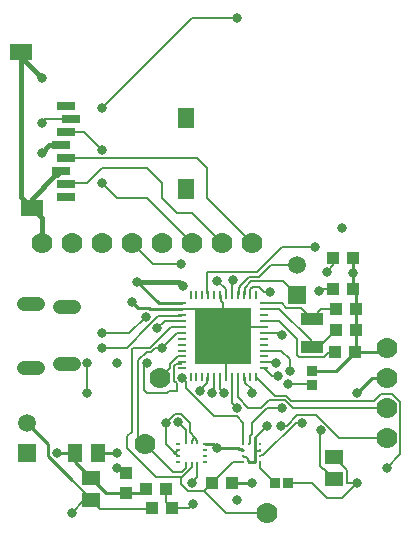
<source format=gbr>
G04 EAGLE Gerber RS-274X export*
G75*
%MOMM*%
%FSLAX34Y34*%
%LPD*%
%INBottom Copper*%
%IPPOS*%
%AMOC8*
5,1,8,0,0,1.08239X$1,22.5*%
G01*
%ADD10R,0.750000X0.250000*%
%ADD11R,0.250000X0.750000*%
%ADD12R,4.700000X4.700000*%
%ADD13R,1.100000X1.000000*%
%ADD14R,1.900000X1.100000*%
%ADD15R,1.300000X1.500000*%
%ADD16R,1.500000X1.300000*%
%ADD17R,0.275000X0.250000*%
%ADD18R,0.250000X0.275000*%
%ADD19R,0.900000X0.850000*%
%ADD20R,0.850000X0.900000*%
%ADD21R,0.450000X0.250000*%
%ADD22R,0.250000X0.450000*%
%ADD23R,1.508000X1.508000*%
%ADD24C,1.508000*%
%ADD25C,1.778000*%
%ADD26C,1.158000*%
%ADD27C,1.208000*%
%ADD28C,1.050000*%
%ADD29R,1.000000X1.100000*%
%ADD30R,1.900000X1.400000*%
%ADD31R,1.400000X1.800000*%
%ADD32R,1.500000X0.700000*%
%ADD33C,0.254000*%
%ADD34C,0.152400*%
%ADD35C,0.203200*%
%ADD36C,0.800100*%
%ADD37C,0.127000*%
%ADD38C,0.406400*%


D10*
X213820Y177360D03*
X213820Y172360D03*
X213820Y167360D03*
X213820Y162360D03*
X213820Y157360D03*
X213820Y152360D03*
X213820Y147360D03*
X213820Y142360D03*
X213820Y137360D03*
X213820Y132360D03*
X213820Y127360D03*
D11*
X206570Y115110D03*
X201570Y115110D03*
X196570Y115110D03*
X191570Y115110D03*
X186570Y115110D03*
X181570Y115110D03*
X176570Y115110D03*
X171570Y115110D03*
X166570Y115110D03*
X161570Y115110D03*
X156570Y115110D03*
D10*
X144320Y122360D03*
X144320Y127360D03*
X144320Y132360D03*
X144320Y137360D03*
X144320Y142360D03*
X144320Y147360D03*
X144320Y152360D03*
X144320Y157360D03*
X144320Y162360D03*
X144320Y167360D03*
X144320Y172360D03*
D11*
X151570Y184610D03*
X156570Y184610D03*
X161570Y184610D03*
X166570Y184610D03*
X171570Y184610D03*
X176570Y184610D03*
X181570Y184610D03*
X186570Y184610D03*
X191570Y184610D03*
X196570Y184610D03*
X201570Y184610D03*
D12*
X179070Y149860D03*
D10*
X213820Y122360D03*
D11*
X151570Y115110D03*
D10*
X144320Y177360D03*
D11*
X206570Y184610D03*
D13*
X272170Y215900D03*
X289170Y215900D03*
X274710Y172720D03*
X291710Y172720D03*
X274710Y154940D03*
X291710Y154940D03*
D14*
X254000Y164400D03*
X254000Y140400D03*
D15*
X73000Y50800D03*
X54000Y50800D03*
D13*
X272170Y189230D03*
X289170Y189230D03*
X273440Y135890D03*
X290440Y135890D03*
D16*
X273050Y28600D03*
X273050Y47600D03*
D17*
X195700Y43300D03*
X195700Y48300D03*
X195700Y53300D03*
X195700Y58300D03*
D18*
X200700Y58300D03*
X205700Y58300D03*
D17*
X210700Y58300D03*
X210700Y53300D03*
X210700Y48300D03*
X210700Y43300D03*
D18*
X205700Y43300D03*
X200700Y43300D03*
D19*
X254000Y108500D03*
X254000Y120100D03*
D20*
X222800Y25400D03*
X234400Y25400D03*
D21*
X140650Y43300D03*
X140650Y48300D03*
X140650Y53300D03*
X140650Y58300D03*
D22*
X147400Y60050D03*
X152400Y60050D03*
X157400Y60050D03*
D21*
X164150Y58300D03*
X164150Y53300D03*
X164150Y48300D03*
X164150Y43300D03*
D22*
X157400Y41550D03*
X152400Y41550D03*
X147400Y41550D03*
D23*
X12700Y50800D03*
D24*
X12700Y76200D03*
D25*
X25400Y228600D03*
X50800Y228600D03*
X76200Y228600D03*
X101600Y228600D03*
X127000Y228600D03*
X152400Y228600D03*
X177800Y228600D03*
X203200Y228600D03*
D23*
X241300Y184150D03*
D24*
X241300Y209550D03*
D25*
X125730Y114300D03*
D13*
X186300Y25400D03*
X169300Y25400D03*
D26*
X52600Y174110D02*
X41020Y174110D01*
X41020Y125610D02*
X52600Y125610D01*
D27*
X22550Y177110D02*
X10470Y177110D01*
X10470Y122610D02*
X22550Y122610D01*
D28*
X41560Y174110D02*
X52060Y174110D01*
X52060Y125610D02*
X41560Y125610D01*
D25*
X317500Y63500D03*
X317500Y88900D03*
X317500Y114300D03*
X317500Y139700D03*
D16*
X67310Y10820D03*
X67310Y29820D03*
D29*
X96520Y33900D03*
X96520Y16900D03*
D13*
X118500Y3810D03*
X135500Y3810D03*
X130420Y20320D03*
X113420Y20320D03*
D30*
X17000Y258000D03*
X8000Y390000D03*
D31*
X148000Y274000D03*
X148000Y334000D03*
D32*
X46000Y267000D03*
X46000Y278000D03*
X42000Y289000D03*
X46000Y300000D03*
X42000Y311000D03*
X46000Y322000D03*
X50000Y333000D03*
X46000Y344000D03*
D25*
X215900Y0D03*
X113030Y58420D03*
D33*
X30798Y58103D02*
X12700Y76200D01*
X30798Y58103D02*
X30798Y47775D01*
X50800Y27773D01*
D34*
X67310Y10820D02*
X74701Y3429D01*
X118119Y3429D02*
X118500Y3810D01*
X118119Y3429D02*
X74701Y3429D01*
D35*
X67310Y11263D02*
X50800Y27773D01*
X67310Y11263D02*
X67310Y10820D01*
X61620Y10820D01*
X50800Y0D01*
D36*
X50800Y0D03*
X38100Y50800D03*
X63500Y127000D03*
D37*
X205700Y58300D02*
X205700Y50800D01*
X205700Y43300D01*
X205700Y58300D02*
X205700Y63500D01*
X213820Y157360D02*
X195460Y157360D01*
X187960Y149860D02*
X179070Y149860D01*
X187960Y149860D02*
X195460Y157360D01*
X177272Y183908D02*
X176570Y184610D01*
X177272Y183908D02*
X177272Y179598D01*
X179070Y177800D02*
X179070Y152400D01*
X179070Y149860D01*
X179070Y177800D02*
X177272Y179598D01*
X210700Y53300D02*
X209998Y52598D01*
X208063Y52598D01*
X206265Y50800D01*
X205700Y50800D01*
D36*
X292100Y25400D03*
X289170Y203200D03*
D37*
X181570Y147360D02*
X181570Y115110D01*
X181570Y147360D02*
X179070Y149860D01*
X159110Y172360D02*
X144320Y172360D01*
X159110Y172360D02*
X179070Y152400D01*
X283598Y36063D02*
X283598Y25400D01*
X273050Y46611D02*
X273050Y47600D01*
X273050Y46611D02*
X283598Y36063D01*
X154458Y63366D02*
X153834Y62742D01*
X154458Y63366D02*
X155342Y63366D01*
X155966Y62742D01*
X153834Y61484D02*
X152400Y60050D01*
X153834Y61484D02*
X153834Y62742D01*
X155966Y62742D02*
X155966Y61484D01*
X157400Y60050D01*
D36*
X130810Y76200D03*
D37*
X63500Y101600D02*
X63500Y127000D01*
X283598Y25400D02*
X292100Y25400D01*
D36*
X101968Y178168D03*
D33*
X117367Y172360D02*
X144320Y172360D01*
X117367Y172360D02*
X116439Y173289D01*
X106848Y173289D02*
X101968Y178168D01*
X106848Y173289D02*
X116439Y173289D01*
X200377Y43623D02*
X200700Y43300D01*
X205700Y43300D01*
X205700Y63500D01*
D35*
X215900Y73700D01*
X195700Y48300D02*
X196402Y47598D01*
X198338Y47598D01*
X200123Y45813D01*
X200123Y43877D01*
X200377Y43623D01*
D36*
X215900Y73700D03*
D33*
X290440Y135890D02*
X313690Y135890D01*
X317500Y139700D01*
X274650Y120100D02*
X254000Y120100D01*
X274650Y120100D02*
X290440Y135890D01*
X291710Y137160D01*
X291710Y154940D01*
X291710Y172720D01*
X291710Y186690D02*
X289170Y189230D01*
X291710Y186690D02*
X291710Y172720D01*
X289170Y189230D02*
X289170Y203200D01*
X289170Y215900D01*
D37*
X137715Y50516D02*
X138116Y50115D01*
X137715Y50516D02*
X137715Y51084D01*
X138116Y51485D01*
X138835Y50115D02*
X140650Y48300D01*
X138835Y50115D02*
X138116Y50115D01*
X138116Y51485D02*
X138835Y51485D01*
X140650Y53300D01*
X155342Y63366D02*
X150702Y68006D01*
X143605Y83228D02*
X138081Y83228D01*
X131054Y76200D02*
X130810Y76200D01*
X131054Y76200D02*
X138081Y83228D01*
X150702Y76130D02*
X150702Y68006D01*
X150702Y76130D02*
X143605Y83228D01*
X130810Y76200D02*
X130810Y57989D01*
X137715Y51084D01*
D33*
X80230Y16900D02*
X67310Y29820D01*
X54000Y50800D02*
X38100Y50800D01*
X80230Y16900D02*
X96520Y16900D01*
X110000Y16900D01*
X113420Y20320D01*
X67310Y29820D02*
X54000Y43130D01*
X54000Y50800D01*
D38*
X8000Y267000D02*
X8000Y390000D01*
X8000Y267000D02*
X17000Y258000D01*
X38564Y285564D02*
X42000Y289000D01*
X38564Y285564D02*
X36817Y285564D01*
X17000Y265747D01*
X17000Y258000D01*
X25400Y249600D01*
X25400Y228600D01*
X8000Y385700D02*
X8000Y390000D01*
X8000Y385700D02*
X25400Y368300D01*
D36*
X25400Y368300D03*
X279400Y241300D03*
D35*
X254000Y25400D02*
X234400Y25400D01*
X254000Y25400D02*
X266700Y12700D01*
X279400Y12700D01*
X292100Y25400D01*
D36*
X63500Y101600D03*
X179515Y101600D03*
D37*
X176570Y104545D01*
X176570Y115110D01*
D34*
X60995Y322000D02*
X46000Y322000D01*
X60995Y322000D02*
X76200Y306795D01*
D36*
X76200Y306795D03*
X76200Y279400D03*
D34*
X88900Y266700D01*
X114300Y266700D01*
X152400Y228600D01*
D36*
X159449Y103373D03*
D37*
X165868Y114408D02*
X166570Y115110D01*
X165868Y114408D02*
X165868Y110098D01*
X159449Y103678D02*
X159449Y103373D01*
X159449Y103678D02*
X165868Y110098D01*
D34*
X177800Y228600D02*
X152400Y254000D01*
X139700Y254000D01*
X47400Y279400D02*
X46000Y278000D01*
X47400Y279400D02*
X63500Y279400D01*
X76200Y292100D01*
X114300Y292100D01*
X127000Y279400D01*
X127000Y266700D01*
X139700Y254000D01*
D37*
X171570Y115110D02*
X171570Y103689D01*
X169482Y101600D01*
D36*
X169482Y101600D03*
D34*
X203200Y228600D02*
X165100Y266700D01*
X165100Y292100D01*
X157200Y300000D01*
X46000Y300000D01*
D36*
X218440Y186690D03*
D37*
X202272Y185312D02*
X201570Y184610D01*
X202272Y185312D02*
X202272Y189623D01*
X204058Y191408D01*
X209083Y191408D01*
X213801Y186690D02*
X218440Y186690D01*
X213801Y186690D02*
X209083Y191408D01*
D36*
X235694Y119906D03*
D37*
X235649Y119952D01*
X235649Y129920D01*
X228208Y137360D02*
X213820Y137360D01*
X228208Y137360D02*
X235649Y129920D01*
D36*
X143510Y210820D03*
D34*
X119380Y210820D01*
X101600Y228600D01*
D37*
X213820Y162360D02*
X226520Y162360D01*
X241452Y133638D02*
X243238Y131852D01*
X264763Y131852D01*
X268801Y135890D01*
X273440Y135890D01*
X241452Y147428D02*
X226520Y162360D01*
X241452Y147428D02*
X241452Y133638D01*
X226552Y152360D02*
X213820Y152360D01*
X226552Y152360D02*
X228600Y150312D01*
D36*
X228600Y150312D03*
X187833Y196646D03*
X292100Y101600D03*
D37*
X272170Y189230D02*
X262890Y189230D01*
X261620Y187960D01*
X260350Y187960D01*
D36*
X260350Y187960D03*
X145352Y191923D03*
X203200Y25400D03*
D37*
X186570Y184610D02*
X186570Y195383D01*
X187833Y196646D01*
D36*
X88900Y127000D03*
X106584Y195484D03*
D33*
X124708Y177360D02*
X144320Y177360D01*
X124708Y177360D02*
X106584Y195484D01*
D38*
X141790Y195484D01*
X145352Y191923D01*
D33*
X164150Y58300D02*
X170300Y58300D01*
X195306Y52906D02*
X195700Y53300D01*
X203200Y25400D02*
X186300Y25400D01*
D34*
X186570Y92830D02*
X186570Y115110D01*
X186570Y92830D02*
X190500Y88900D01*
D36*
X190500Y88900D03*
D35*
X211315Y48915D02*
X210700Y48300D01*
X211315Y48915D02*
X213251Y48915D01*
D36*
X245500Y76200D03*
D35*
X240536Y76200D01*
X213251Y48915D01*
D33*
X304800Y114300D02*
X317500Y114300D01*
X304800Y114300D02*
X292100Y101600D01*
D37*
X147400Y70003D02*
X147400Y60050D01*
X147400Y70003D02*
X140843Y76560D01*
D36*
X140843Y76560D03*
D38*
X42000Y311000D02*
X31600Y311000D01*
X25400Y304800D01*
D36*
X25400Y304800D03*
X173990Y54610D03*
D33*
X170300Y58300D01*
X173990Y54610D02*
X192095Y54610D01*
X192957Y53748D01*
X194465Y53748D01*
X195306Y52906D01*
D37*
X143237Y126277D02*
X144320Y127360D01*
X143237Y126277D02*
X139465Y126277D01*
X131883Y101600D02*
X114300Y101600D01*
X114316Y126984D02*
X114300Y127000D01*
D36*
X114316Y126984D03*
D37*
X111760Y104140D02*
X114300Y101600D01*
X111760Y124460D02*
X114300Y127000D01*
X111760Y124460D02*
X111760Y104140D01*
X131883Y101600D02*
X133571Y103289D01*
X139700Y103289D01*
X139700Y109458D01*
X137620Y111538D01*
X137620Y124432D01*
X139465Y126277D01*
X181570Y184610D02*
X181336Y184844D01*
X181336Y189155D01*
D36*
X266700Y204073D03*
D37*
X272170Y209543D01*
X272170Y215900D01*
X181336Y189155D02*
X174339Y196152D01*
X173990Y196152D01*
D36*
X173990Y196152D03*
D37*
X103089Y139700D02*
X101600Y138211D01*
X103089Y139700D02*
X117032Y139700D01*
X134692Y157360D02*
X144320Y157360D01*
X134692Y157360D02*
X117032Y139700D01*
X187200Y43300D02*
X195700Y43300D01*
X162633Y18733D02*
X149638Y18733D01*
X143667Y24704D01*
X143667Y29784D02*
X143667Y30480D01*
X162633Y18733D02*
X169300Y25400D01*
X187200Y43300D01*
X101600Y68532D02*
X101600Y138211D01*
X97790Y64722D02*
X97790Y54610D01*
X97790Y64722D02*
X101600Y68532D01*
X97790Y54610D02*
X121920Y30480D01*
X162633Y18733D02*
X181365Y0D01*
X215900Y0D01*
X143667Y30480D02*
X121920Y30480D01*
X143667Y29784D02*
X143667Y24704D01*
X152400Y38517D02*
X152400Y41550D01*
X152400Y38517D02*
X143667Y29784D01*
X144320Y152360D02*
X139660Y152360D01*
X127000Y139700D01*
X195700Y76395D02*
X195700Y58300D01*
X195700Y76395D02*
X190500Y81595D01*
D36*
X144288Y114300D03*
D37*
X171258Y81595D02*
X190500Y81595D01*
X147272Y111316D02*
X144288Y114300D01*
X147272Y105581D02*
X171258Y81595D01*
X147272Y105581D02*
X147272Y111316D01*
D36*
X127000Y139700D03*
D37*
X121702Y139700D02*
X118400Y136398D01*
X114300Y136398D01*
X107252Y129350D01*
X107252Y64199D02*
X113030Y58420D01*
X107252Y64199D02*
X107252Y129350D01*
X147400Y41550D02*
X147355Y38167D01*
X143994Y34807D01*
X136643Y34807D02*
X113030Y58420D01*
X136643Y34807D02*
X143994Y34807D01*
X127000Y139700D02*
X121702Y139700D01*
X213820Y122360D02*
X220632Y115549D01*
X225863Y115549D01*
D36*
X225863Y115549D03*
X76200Y342900D03*
D34*
X152400Y419100D01*
X190500Y419100D01*
D36*
X190500Y419100D03*
D37*
X213820Y127360D02*
X223621Y127360D01*
X223981Y127000D01*
D36*
X223981Y127000D03*
D37*
X312713Y100457D02*
X322287Y100457D01*
X329057Y93687D01*
X236667Y94933D02*
X232730Y98870D01*
X236667Y94933D02*
X307188Y94933D01*
X312713Y100457D01*
X222811Y98870D02*
X206570Y115110D01*
X222811Y98870D02*
X232730Y98870D01*
X329057Y93687D02*
X329057Y52928D01*
X130420Y20320D02*
X130420Y8890D01*
X135500Y3810D01*
X149860Y3810D02*
X153670Y7620D01*
X149860Y3810D02*
X135500Y3810D01*
D36*
X153670Y7620D03*
X190500Y11066D03*
X317500Y38100D03*
D35*
X329057Y49657D01*
X329057Y52928D01*
D36*
X203200Y101600D03*
D34*
X197526Y114154D02*
X196570Y115110D01*
X197526Y114154D02*
X197526Y110203D01*
X203200Y104529D02*
X203200Y101600D01*
X203200Y104529D02*
X197526Y110203D01*
D36*
X228067Y73700D03*
D37*
X232827Y73700D01*
X241994Y82868D01*
X258032Y82868D01*
X277399Y63500D01*
X317500Y63500D01*
D34*
X191570Y97863D02*
X191570Y115110D01*
X191570Y97863D02*
X200533Y88900D01*
D37*
X231362Y95568D02*
X238029Y88900D01*
X217898Y95568D02*
X211230Y88900D01*
X217898Y95568D02*
X231362Y95568D01*
X211230Y88900D02*
X200533Y88900D01*
X238029Y88900D02*
X317500Y88900D01*
X133985Y122555D02*
X125730Y114300D01*
X133985Y122555D02*
X133985Y125797D01*
X140548Y132360D01*
X144320Y132360D01*
D36*
X25400Y330200D03*
D34*
X28200Y333000D01*
X50000Y333000D01*
D36*
X76200Y139700D03*
D37*
X97341Y139700D01*
X143618Y166658D02*
X144320Y167360D01*
X116333Y158938D02*
X116333Y158692D01*
X97341Y139700D01*
X124054Y166658D02*
X143618Y166658D01*
X124054Y166658D02*
X116333Y158938D01*
D36*
X76200Y152400D03*
D37*
X129724Y162360D02*
X144320Y162360D01*
X129724Y162360D02*
X123382Y156018D01*
D36*
X123382Y156018D03*
X113414Y165986D03*
D37*
X99828Y152400D01*
X76200Y152400D01*
X208145Y203962D02*
X229100Y224917D01*
X257080Y224917D01*
X165100Y203200D02*
X165100Y189852D01*
X165100Y203200D02*
X165862Y203962D01*
X208145Y203962D01*
X165487Y189465D02*
X165100Y189852D01*
X165487Y189465D02*
X165487Y185693D01*
X166570Y184610D01*
D36*
X257080Y224917D03*
D37*
X192272Y185312D02*
X191570Y184610D01*
X192272Y185312D02*
X192272Y190500D01*
X193208Y191436D01*
X193208Y192053D01*
X219480Y209550D02*
X241300Y209550D01*
X219480Y209550D02*
X209828Y199898D01*
X201053Y199898D02*
X193208Y192053D01*
X201053Y199898D02*
X209828Y199898D01*
X197272Y185312D02*
X196570Y184610D01*
X197272Y185312D02*
X197272Y190370D01*
X202736Y195834D01*
X229616Y195834D02*
X241300Y184150D01*
X229616Y195834D02*
X202736Y195834D01*
X254000Y164400D02*
X262320Y172720D01*
X274710Y172720D01*
X244838Y173562D02*
X232498Y173562D01*
X244838Y173562D02*
X254000Y164400D01*
X228700Y177360D02*
X213820Y177360D01*
X228700Y177360D02*
X232498Y173562D01*
X254000Y140400D02*
X260170Y140400D01*
X274710Y154940D01*
X254000Y145090D02*
X254000Y140400D01*
X254000Y145090D02*
X226730Y172360D01*
X213820Y172360D01*
X76200Y50800D02*
X73000Y50800D01*
D36*
X88900Y50800D03*
D33*
X76200Y50800D01*
D37*
X261486Y39717D02*
X263867Y37336D01*
X264314Y37336D02*
X273050Y28600D01*
X264314Y37336D02*
X263867Y37336D01*
X261486Y69716D02*
X261620Y69850D01*
D36*
X261620Y69850D03*
D37*
X261486Y69716D02*
X261486Y39717D01*
X201763Y59363D02*
X201763Y65131D01*
X203200Y66568D01*
X203200Y76200D01*
X215900Y88900D01*
X228600Y88900D01*
D36*
X228600Y88900D03*
X233702Y109198D03*
D37*
X253302Y109198D01*
X254000Y108500D01*
X201763Y59363D02*
X200700Y58300D01*
X210700Y37500D02*
X222800Y25400D01*
X210700Y37500D02*
X210700Y43300D01*
X157400Y41550D02*
X157400Y30400D01*
X152400Y25400D01*
D36*
X152400Y25400D03*
X88900Y38100D03*
D35*
X92320Y38100D01*
X96520Y33900D01*
M02*

</source>
